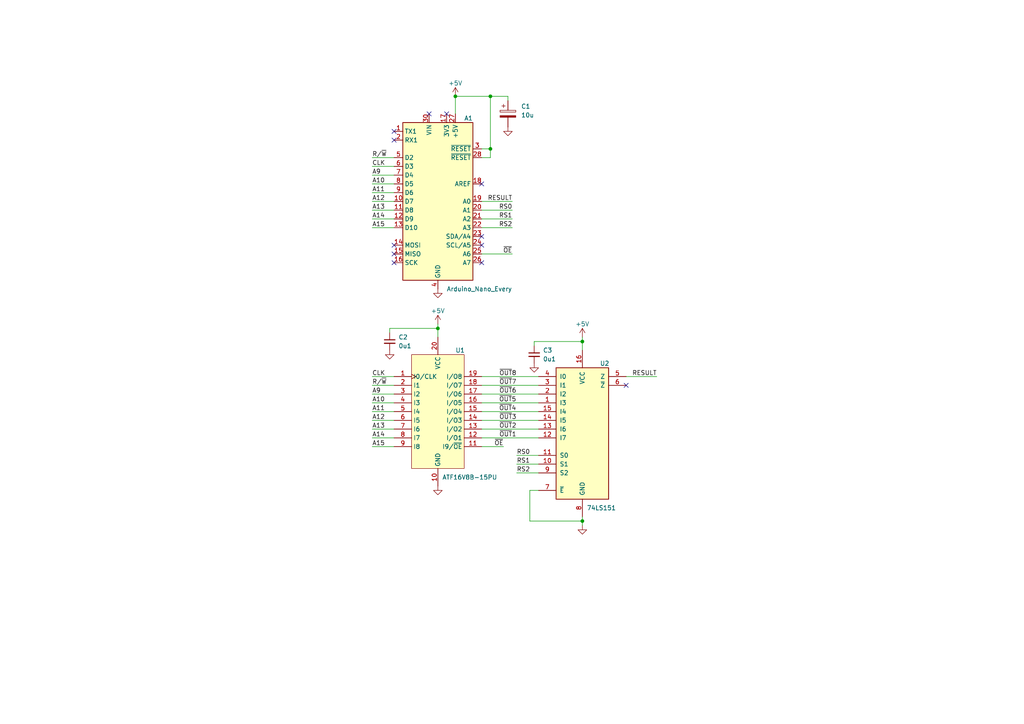
<source format=kicad_sch>
(kicad_sch (version 20211123) (generator eeschema)
  (paper "A4")
  (lib_symbols
    (symbol "74xx:74LS151" (pin_names (offset 1.016))
      (property "Reference" "U" (at -7.62 19.05 0))
      (property "Value" "74LS151" (at -7.62 -21.59 0))
      (symbol "74LS151_1_0"
        (pin input line (at -12.7 7.62 0) (length 5.08) (name "I3") (number "1"))
        (pin input line (at -12.7 -10.16 0) (length 5.08) (name "S1") (number "10"))
        (pin input line (at -12.7 -7.62 0) (length 5.08) (name "S0") (number "11"))
        (pin input line (at -12.7 -2.54 0) (length 5.08) (name "I7") (number "12"))
        (pin input line (at -12.7 0 0) (length 5.08) (name "I6") (number "13"))
        (pin input line (at -12.7 2.54 0) (length 5.08) (name "I5") (number "14"))
        (pin input line (at -12.7 5.08 0) (length 5.08) (name "I4") (number "15"))
        (pin power_in line (at 0 22.86 270) (length 5.08) (name "VCC") (number "16"))
        (pin input line (at -12.7 10.16 0) (length 5.08) (name "I2") (number "2"))
        (pin input line (at -12.7 12.7 0) (length 5.08) (name "I1") (number "3"))
        (pin input line (at -12.7 15.24 0) (length 5.08) (name "I0") (number "4"))
        (pin output line (at 12.7 15.24 180) (length 5.08) (name "Z") (number "5"))
        (pin output line (at 12.7 12.7 180) (length 5.08) (name "~{Z}") (number "6"))
        (pin input line (at -12.7 -17.78 0) (length 5.08) (name "~{E}") (number "7"))
        (pin power_in line (at 0 -25.4 90) (length 5.08) (name "GND") (number "8"))
        (pin input line (at -12.7 -12.7 0) (length 5.08) (name "S2") (number "9"))
      )
      (symbol "74LS151_1_1"
        (rectangle (start -7.62 17.78) (end 7.62 -20.32) (stroke (width 0.254)) (fill (type background)))
      )
    )
    (symbol "Device:C_Polarized" (pin_numbers hide) (pin_names (offset 0.254))
      (property "Reference" "C" (at 0.635 2.54 0))
      (property "Value" "C_Polarized" (at 0.635 -2.54 0))
      (symbol "C_Polarized_0_1"
        (rectangle (start -2.286 0.508) (end 2.286 1.016))
        (polyline (pts (xy -1.778 2.286) (xy -0.762 2.286)))
        (polyline (pts (xy -1.27 2.794) (xy -1.27 1.778)))
        (rectangle (start 2.286 -0.508) (end -2.286 -1.016) (fill (type outline)))
      )
      (symbol "C_Polarized_1_1"
        (pin passive line (at 0 3.81 270) (length 2.794) (name "~") (number "1"))
        (pin passive line (at 0 -3.81 90) (length 2.794) (name "~") (number "2"))
      )
    )
    (symbol "Device:C_Small" (pin_numbers hide) (pin_names (offset 0.254) hide)
      (property "Reference" "C" (at 0.254 1.778 0))
      (property "Value" "C_Small" (at 0.254 -2.032 0))
      (symbol "C_Small_0_1"
        (polyline (pts (xy -1.524 -0.508) (xy 1.524 -0.508)) (stroke (width 0.3302)))
        (polyline (pts (xy -1.524 0.508) (xy 1.524 0.508)) (stroke (width 0.3048)))
      )
      (symbol "C_Small_1_1"
        (pin passive line (at 0 2.54 270) (length 2.032) (name "~") (number "1"))
        (pin passive line (at 0 -2.54 90) (length 2.032) (name "~") (number "2"))
      )
    )
    (symbol "MCU_Module:Arduino_Nano_Every"
      (property "Reference" "A" (at -10.16 23.495 0))
      (property "Value" "Arduino_Nano_Every" (at 5.08 -24.13 0))
      (symbol "Arduino_Nano_Every_0_1"
        (rectangle (start -10.16 22.86) (end 10.16 -22.86) (stroke (width 0.254)) (fill (type background)))
      )
      (symbol "Arduino_Nano_Every_1_1"
        (pin bidirectional line (at -12.7 20.32 0) (length 2.54) (name "TX1") (number "1"))
        (pin bidirectional line (at -12.7 0 0) (length 2.54) (name "D7") (number "10"))
        (pin bidirectional line (at -12.7 -2.54 0) (length 2.54) (name "D8") (number "11"))
        (pin bidirectional line (at -12.7 -5.08 0) (length 2.54) (name "D9") (number "12"))
        (pin bidirectional line (at -12.7 -7.62 0) (length 2.54) (name "D10") (number "13"))
        (pin bidirectional line (at -12.7 -12.7 0) (length 2.54) (name "MOSI") (number "14"))
        (pin bidirectional line (at -12.7 -15.24 0) (length 2.54) (name "MISO") (number "15"))
        (pin bidirectional line (at -12.7 -17.78 0) (length 2.54) (name "SCK") (number "16"))
        (pin power_out line (at 2.54 25.4 270) (length 2.54) (name "3V3") (number "17"))
        (pin input line (at 12.7 5.08 180) (length 2.54) (name "AREF") (number "18"))
        (pin bidirectional line (at 12.7 0 180) (length 2.54) (name "A0") (number "19"))
        (pin bidirectional line (at -12.7 17.78 0) (length 2.54) (name "RX1") (number "2"))
        (pin bidirectional line (at 12.7 -2.54 180) (length 2.54) (name "A1") (number "20"))
        (pin bidirectional line (at 12.7 -5.08 180) (length 2.54) (name "A2") (number "21"))
        (pin bidirectional line (at 12.7 -7.62 180) (length 2.54) (name "A3") (number "22"))
        (pin bidirectional line (at 12.7 -10.16 180) (length 2.54) (name "SDA/A4") (number "23"))
        (pin bidirectional line (at 12.7 -12.7 180) (length 2.54) (name "SCL/A5") (number "24"))
        (pin bidirectional line (at 12.7 -15.24 180) (length 2.54) (name "A6") (number "25"))
        (pin bidirectional line (at 12.7 -17.78 180) (length 2.54) (name "A7") (number "26"))
        (pin power_out line (at 5.08 25.4 270) (length 2.54) (name "+5V") (number "27"))
        (pin input line (at 12.7 12.7 180) (length 2.54) (name "~{RESET}") (number "28"))
        (pin passive line (at 0 -25.4 90) (length 2.54) hide (name "GND") (number "29"))
        (pin input line (at 12.7 15.24 180) (length 2.54) (name "~{RESET}") (number "3"))
        (pin power_in line (at -2.54 25.4 270) (length 2.54) (name "VIN") (number "30"))
        (pin power_in line (at 0 -25.4 90) (length 2.54) (name "GND") (number "4"))
        (pin bidirectional line (at -12.7 12.7 0) (length 2.54) (name "D2") (number "5"))
        (pin bidirectional line (at -12.7 10.16 0) (length 2.54) (name "D3") (number "6"))
        (pin bidirectional line (at -12.7 7.62 0) (length 2.54) (name "D4") (number "7"))
        (pin bidirectional line (at -12.7 5.08 0) (length 2.54) (name "D5") (number "8"))
        (pin bidirectional line (at -12.7 2.54 0) (length 2.54) (name "D6") (number "9"))
      )
    )
    (symbol "RetroStack:ATF16V8B-15PU"
      (property "Reference" "U" (at 2.54 20.32 0))
      (property "Value" "ATF16V8B-15PU" (at 8.89 17.78 0))
      (symbol "ATF16V8B-15PU_0_1"
        (rectangle (start -7.62 16.51) (end 7.62 -16.51) (fill (type background)))
      )
      (symbol "ATF16V8B-15PU_1_1"
        (pin input clock (at -12.7 10.16 0) (length 5.08) (name "I0/CLK") (number "1"))
        (pin power_in line (at 0 -21.59 90) (length 5.08) (name "GND") (number "10"))
        (pin input line (at 12.7 -10.16 180) (length 5.08) (name "I9/~{OE}") (number "11"))
        (pin bidirectional line (at 12.7 -7.62 180) (length 5.08) (name "I/O1") (number "12"))
        (pin bidirectional line (at 12.7 -5.08 180) (length 5.08) (name "I/O2") (number "13"))
        (pin bidirectional line (at 12.7 -2.54 180) (length 5.08) (name "I/O3") (number "14"))
        (pin bidirectional line (at 12.7 0 180) (length 5.08) (name "I/O4") (number "15"))
        (pin bidirectional line (at 12.7 2.54 180) (length 5.08) (name "I/O5") (number "16"))
        (pin bidirectional line (at 12.7 5.08 180) (length 5.08) (name "I/O6") (number "17"))
        (pin bidirectional line (at 12.7 7.62 180) (length 5.08) (name "I/O7") (number "18"))
        (pin bidirectional line (at 12.7 10.16 180) (length 5.08) (name "I/O8") (number "19"))
        (pin input line (at -12.7 7.62 0) (length 5.08) (name "I1") (number "2"))
        (pin power_in line (at 0 21.59 270) (length 5.08) (name "VCC") (number "20"))
        (pin input line (at -12.7 5.08 0) (length 5.08) (name "I2") (number "3"))
        (pin input line (at -12.7 2.54 0) (length 5.08) (name "I3") (number "4"))
        (pin input line (at -12.7 0 0) (length 5.08) (name "I4") (number "5"))
        (pin input line (at -12.7 -2.54 0) (length 5.08) (name "I5") (number "6"))
        (pin input line (at -12.7 -5.08 0) (length 5.08) (name "I6") (number "7"))
        (pin input line (at -12.7 -7.62 0) (length 5.08) (name "I7") (number "8"))
        (pin input line (at -12.7 -10.16 0) (length 5.08) (name "I8") (number "9"))
      )
    )
    (symbol "power:+5V" (power) (pin_names (offset 0))
      (property "Value" "+5V" (at 0 3.556 0))
      (symbol "+5V_0_1"
        (polyline (pts (xy -0.762 1.27) (xy 0 2.54)))
        (polyline (pts (xy 0 0) (xy 0 2.54)))
        (polyline (pts (xy 0 2.54) (xy 0.762 1.27)))
      )
      (symbol "+5V_1_1"
        (pin power_in line (at 0 0 90) (length 0) hide (name "+5V") (number "1"))
      )
    )
    (symbol "power:GND" (power) (pin_names (offset 0))
      (property "Value" "GND" (at 0 -3.81 0))
      (symbol "GND_0_1"
        (polyline (pts (xy 0 0) (xy 0 -1.27) (xy 1.27 -1.27) (xy 0 -2.54) (xy -1.27 -1.27) (xy 0 -1.27)))
      )
      (symbol "GND_1_1"
        (pin power_in line (at 0 0 270) (length 0) hide (name "GND") (number "1"))
      )
    )
  )
  (junction (at 127 95.25))
  (junction (at 142.24 43.18))
  (junction (at 132.08 27.94))
  (junction (at 142.24 27.94))
  (junction (at 168.91 99.06))
  (junction (at 168.91 151.13))
  (no_connect (at 129.54 33.02))
  (no_connect (at 114.3 76.2))
  (no_connect (at 139.7 71.12))
  (no_connect (at 114.3 73.66))
  (no_connect (at 114.3 40.64))
  (no_connect (at 139.7 76.2))
  (no_connect (at 181.61 111.76))
  (no_connect (at 139.7 68.58))
  (no_connect (at 114.3 71.12))
  (no_connect (at 114.3 38.1))
  (no_connect (at 139.7 53.34))
  (no_connect (at 124.46 33.02))
  (wire (pts (xy 168.91 152.4) (xy 168.91 151.13)))
  (wire (pts (xy 107.95 109.22) (xy 114.3 109.22)))
  (wire (pts (xy 156.21 142.24) (xy 153.67 142.24)))
  (wire (pts (xy 142.24 43.18) (xy 142.24 45.72)))
  (wire (pts (xy 142.24 27.94) (xy 142.24 43.18)))
  (wire (pts (xy 139.7 121.92) (xy 156.21 121.92)))
  (wire (pts (xy 139.7 129.54) (xy 146.05 129.54)))
  (wire (pts (xy 107.95 66.04) (xy 114.3 66.04)))
  (wire (pts (xy 139.7 116.84) (xy 156.21 116.84)))
  (wire (pts (xy 149.86 132.08) (xy 156.21 132.08)))
  (wire (pts (xy 127 95.25) (xy 127 97.79)))
  (wire (pts (xy 107.95 60.96) (xy 114.3 60.96)))
  (wire (pts (xy 148.59 66.04) (xy 139.7 66.04)))
  (wire (pts (xy 148.59 63.5) (xy 139.7 63.5)))
  (wire (pts (xy 107.95 119.38) (xy 114.3 119.38)))
  (wire (pts (xy 139.7 114.3) (xy 156.21 114.3)))
  (wire (pts (xy 139.7 127) (xy 156.21 127)))
  (wire (pts (xy 107.95 114.3) (xy 114.3 114.3)))
  (wire (pts (xy 107.95 53.34) (xy 114.3 53.34)))
  (wire (pts (xy 107.95 55.88) (xy 114.3 55.88)))
  (wire (pts (xy 142.24 27.94) (xy 147.32 27.94)))
  (wire (pts (xy 107.95 111.76) (xy 114.3 111.76)))
  (wire (pts (xy 139.7 109.22) (xy 156.21 109.22)))
  (wire (pts (xy 139.7 119.38) (xy 156.21 119.38)))
  (wire (pts (xy 153.67 151.13) (xy 168.91 151.13)))
  (wire (pts (xy 107.95 124.46) (xy 114.3 124.46)))
  (wire (pts (xy 107.95 116.84) (xy 114.3 116.84)))
  (wire (pts (xy 107.95 48.26) (xy 114.3 48.26)))
  (wire (pts (xy 154.94 100.33) (xy 154.94 99.06)))
  (wire (pts (xy 113.03 95.25) (xy 127 95.25)))
  (wire (pts (xy 168.91 151.13) (xy 168.91 149.86)))
  (wire (pts (xy 107.95 50.8) (xy 114.3 50.8)))
  (wire (pts (xy 139.7 43.18) (xy 142.24 43.18)))
  (wire (pts (xy 147.32 29.21) (xy 147.32 27.94)))
  (wire (pts (xy 139.7 45.72) (xy 142.24 45.72)))
  (wire (pts (xy 132.08 27.94) (xy 132.08 33.02)))
  (wire (pts (xy 168.91 99.06) (xy 168.91 101.6)))
  (wire (pts (xy 107.95 58.42) (xy 114.3 58.42)))
  (wire (pts (xy 113.03 96.52) (xy 113.03 95.25)))
  (wire (pts (xy 149.86 137.16) (xy 156.21 137.16)))
  (wire (pts (xy 107.95 45.72) (xy 114.3 45.72)))
  (wire (pts (xy 132.08 27.94) (xy 142.24 27.94)))
  (wire (pts (xy 139.7 124.46) (xy 156.21 124.46)))
  (wire (pts (xy 168.91 97.79) (xy 168.91 99.06)))
  (wire (pts (xy 139.7 73.66) (xy 148.59 73.66)))
  (wire (pts (xy 107.95 129.54) (xy 114.3 129.54)))
  (wire (pts (xy 107.95 127) (xy 114.3 127)))
  (wire (pts (xy 149.86 134.62) (xy 156.21 134.62)))
  (wire (pts (xy 127 93.98) (xy 127 95.25)))
  (wire (pts (xy 139.7 111.76) (xy 156.21 111.76)))
  (wire (pts (xy 107.95 121.92) (xy 114.3 121.92)))
  (wire (pts (xy 148.59 60.96) (xy 139.7 60.96)))
  (wire (pts (xy 107.95 63.5) (xy 114.3 63.5)))
  (wire (pts (xy 181.61 109.22) (xy 190.5 109.22)))
  (wire (pts (xy 139.7 58.42) (xy 148.59 58.42)))
  (wire (pts (xy 154.94 99.06) (xy 168.91 99.06)))
  (wire (pts (xy 153.67 142.24) (xy 153.67 151.13)))
  (label "~{OUT}2" (at 144.78 124.46 0))
  (label "A12" (at 107.95 121.92 0))
  (label "A10" (at 107.95 53.34 0))
  (label "~{OUT}3" (at 144.78 121.92 0))
  (label "A9" (at 107.95 50.8 0))
  (label "~{OUT}5" (at 144.7286 116.84 0))
  (label "A11" (at 107.95 55.88 0))
  (label "~{OUT}7" (at 144.78 111.76 0))
  (label "RS0" (at 148.59 60.96 180))
  (label "A15" (at 107.95 66.04 0))
  (label "A12" (at 107.95 58.42 0))
  (label "A14" (at 107.95 63.5 0))
  (label "CLK" (at 107.95 48.26 0))
  (label "R{slash}~{W}" (at 107.95 111.76 0))
  (label "RESULT" (at 190.5 109.22 180))
  (label "~{OE}" (at 148.59 73.66 180))
  (label "A10" (at 107.95 116.84 0))
  (label "RESULT" (at 148.59 58.42 180))
  (label "~{OUT}6" (at 144.78 114.3 0))
  (label "RS2" (at 149.86 137.16 0))
  (label "~{OUT}4" (at 144.7286 119.38 0))
  (label "~{OUT}8" (at 144.78 109.22 0))
  (label "A15" (at 107.95 129.54 0))
  (label "RS1" (at 148.59 63.5 180))
  (label "A11" (at 107.95 119.38 0))
  (label "CLK" (at 107.95 109.22 0))
  (label "R{slash}~{W}" (at 107.95 45.72 0))
  (label "RS0" (at 149.86 132.08 0))
  (label "~{OUT}1" (at 144.78 127 0))
  (label "~{OE}" (at 146.05 129.54 180))
  (label "RS2" (at 148.59 66.04 180))
  (label "A13" (at 107.95 124.46 0))
  (label "A13" (at 107.95 60.96 0))
  (label "A14" (at 107.95 127 0))
  (label "RS1" (at 149.86 134.62 0))
  (label "A9" (at 107.95 114.3 0))
  (symbol (lib_id "power:+5V") (at 168.91 97.79 0) (unit 1)
    (property "Reference" "#PWR05" (effects hide))
    (property "Value" "+5V" (at 168.91 93.98 0))
  )
  (symbol (lib_id "Device:C_Polarized") (at 147.32 33.02 0) (unit 1)
    (property "Reference" "C1" (at 151.13 30.8609 0) (effects (justify left)))
    (property "Value" "10u" (at 151.13 33.4009 0) (effects (justify left)))
  )
  (symbol (lib_id "power:+5V") (at 132.08 27.94 0) (unit 1)
    (property "Reference" "#PWR01" (effects hide))
    (property "Value" "+5V" (at 132.08 24.13 0))
  )
  (symbol (lib_id "Device:C_Small") (at 154.94 102.87 0) (unit 1)
    (property "Reference" "C3" (at 157.48 101.6062 0) (effects (justify left)))
    (property "Value" "0u1" (at 157.48 104.1462 0) (effects (justify left)))
  )
  (symbol (lib_id "74xx:74LS151") (at 168.91 124.46 0) (unit 1)
    (property "Reference" "U2" (at 173.99 105.41 0) (effects (justify left)))
    (property "Value" "74LS151" (at 170.18 147.32 0) (effects (justify left)))
    (property "Datasheet" "http://www.ti.com/lit/gpn/sn74LS151" (effects hide))
  )
  (symbol (lib_id "MCU_Module:Arduino_Nano_Every") (at 127 58.42 0) (unit 1)
    (property "Reference" "A1" (at 134.62 34.29 0) (effects (justify left)))
    (property "Value" "Arduino_Nano_Every" (at 129.54 83.82 0) (effects (justify left)))
    (property "Footprint" "Module:Arduino_Nano" (effects hide))
    (property "Datasheet" "https://content.arduino.cc/assets/NANOEveryV3.0_sch.pdf" (effects hide))
  )
  (symbol (lib_id "power:GND") (at 127 83.82 0) (unit 1)
    (property "Reference" "#PWR03" (effects hide))
    (property "Value" "GND" (effects hide))
  )
  (symbol (lib_id "Device:C_Small") (at 113.03 99.06 0) (unit 1)
    (property "Reference" "C2" (at 115.57 97.7962 0) (effects (justify left)))
    (property "Value" "0u1" (at 115.57 100.3362 0) (effects (justify left)))
  )
  (symbol (lib_id "power:+5V") (at 127 93.98 0) (unit 1)
    (property "Reference" "#PWR04" (effects hide))
    (property "Value" "+5V" (at 127 90.17 0))
  )
  (symbol (lib_id "power:GND") (at 168.91 152.4 0) (unit 1)
    (property "Reference" "#PWR09" (effects hide))
    (property "Value" "GND" (effects hide))
  )
  (symbol (lib_id "RetroStack:ATF16V8B-15PU") (at 127 119.38 0) (unit 1)
    (property "Reference" "U1" (at 132.08 101.6 0) (effects (justify left)))
    (property "Value" "ATF16V8B-15PU" (at 128.27 138.43 0) (effects (justify left)))
    (property "Footprint" "Package_DIP:DIP-20_W7.62mm_Socket_LongPads" (effects hide))
    (property "Datasheet" "https://www.mouser.com/datasheet/2/268/Atmel_0364_PLD_ATF16V8B_8BQ_8BQL_Datasheet-1381979.pdf" (effects hide))
  )
  (symbol (lib_id "power:GND") (at 127 140.97 0) (unit 1)
    (property "Reference" "#PWR08" (effects hide))
    (property "Value" "GND" (effects hide))
  )
  (symbol (lib_id "power:GND") (at 147.32 36.83 0) (unit 1)
    (property "Reference" "#PWR02" (effects hide))
    (property "Value" "GND" (effects hide))
  )
  (symbol (lib_id "power:GND") (at 154.94 105.41 0) (unit 1)
    (property "Reference" "#PWR07" (effects hide))
    (property "Value" "GND" (effects hide))
  )
  (symbol (lib_id "power:GND") (at 113.03 101.6 0) (unit 1)
    (property "Reference" "#PWR06" (effects hide))
    (property "Value" "GND" (effects hide))
  )
)
</source>
